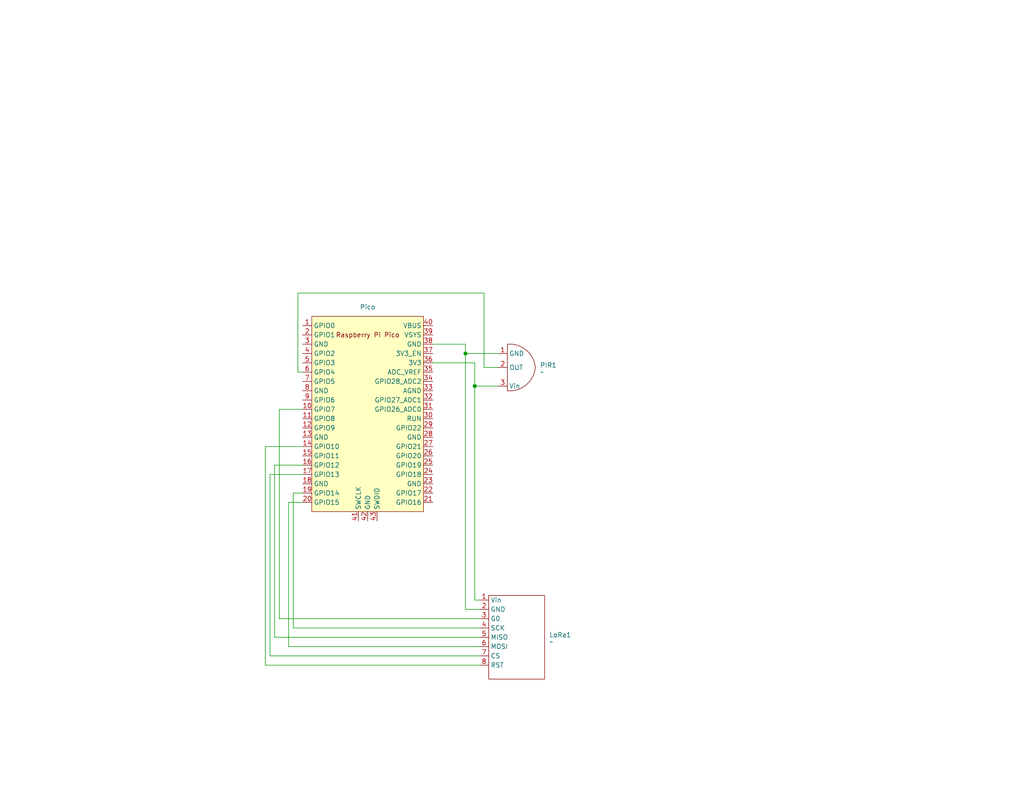
<source format=kicad_sch>
(kicad_sch (version 20231120) (generator "eeschema") (generator_version "8.0")
  (paper "USLetter")
  (title_block (title "Lab 04 Schematic - Pico and LCD Touchscreen\"") (company "Lafayette College") (comment 1 "Kashif Chopra ") (comment 2 "Benjamin Hill "))
  (lib_symbols
    (symbol "MCU_RaspberryPi_and_Boards:Pico"
      (property "Reference" "U" (at -13.97 27.94 0))
      (property "Value" "Pico" (at 0 19.05 0))
      (symbol "Pico_0_0"
        (text "Raspberry Pi Pico" (at 0 21.59 0) (effects (font (size 1.27 1.27))))
      )
      (symbol "Pico_0_1"
        (rectangle (start -15.24 26.67) (end 15.24 -26.67) (fill (type background)))
      )
      (symbol "Pico_1_1"
        (pin bidirectional line (at -17.78 24.13 0) (length 2.54) (name "GPIO0") (number "1"))
        (pin bidirectional line (at -17.78 1.27 0) (length 2.54) (name "GPIO7") (number "10"))
        (pin bidirectional line (at -17.78 -1.27 0) (length 2.54) (name "GPIO8") (number "11"))
        (pin bidirectional line (at -17.78 -3.81 0) (length 2.54) (name "GPIO9") (number "12"))
        (pin power_in line (at -17.78 -6.35 0) (length 2.54) (name "GND") (number "13"))
        (pin bidirectional line (at -17.78 -8.89 0) (length 2.54) (name "GPIO10") (number "14"))
        (pin bidirectional line (at -17.78 -11.43 0) (length 2.54) (name "GPIO11") (number "15"))
        (pin bidirectional line (at -17.78 -13.97 0) (length 2.54) (name "GPIO12") (number "16"))
        (pin bidirectional line (at -17.78 -16.51 0) (length 2.54) (name "GPIO13") (number "17"))
        (pin power_in line (at -17.78 -19.05 0) (length 2.54) (name "GND") (number "18"))
        (pin bidirectional line (at -17.78 -21.59 0) (length 2.54) (name "GPIO14") (number "19"))
        (pin bidirectional line (at -17.78 21.59 0) (length 2.54) (name "GPIO1") (number "2"))
        (pin bidirectional line (at -17.78 -24.13 0) (length 2.54) (name "GPIO15") (number "20"))
        (pin bidirectional line (at 17.78 -24.13 180) (length 2.54) (name "GPIO16") (number "21"))
        (pin bidirectional line (at 17.78 -21.59 180) (length 2.54) (name "GPIO17") (number "22"))
        (pin power_in line (at 17.78 -19.05 180) (length 2.54) (name "GND") (number "23"))
        (pin bidirectional line (at 17.78 -16.51 180) (length 2.54) (name "GPIO18") (number "24"))
        (pin bidirectional line (at 17.78 -13.97 180) (length 2.54) (name "GPIO19") (number "25"))
        (pin bidirectional line (at 17.78 -11.43 180) (length 2.54) (name "GPIO20") (number "26"))
        (pin bidirectional line (at 17.78 -8.89 180) (length 2.54) (name "GPIO21") (number "27"))
        (pin power_in line (at 17.78 -6.35 180) (length 2.54) (name "GND") (number "28"))
        (pin bidirectional line (at 17.78 -3.81 180) (length 2.54) (name "GPIO22") (number "29"))
        (pin power_in line (at -17.78 19.05 0) (length 2.54) (name "GND") (number "3"))
        (pin input line (at 17.78 -1.27 180) (length 2.54) (name "RUN") (number "30"))
        (pin bidirectional line (at 17.78 1.27 180) (length 2.54) (name "GPIO26_ADC0") (number "31"))
        (pin bidirectional line (at 17.78 3.81 180) (length 2.54) (name "GPIO27_ADC1") (number "32"))
        (pin power_in line (at 17.78 6.35 180) (length 2.54) (name "AGND") (number "33"))
        (pin bidirectional line (at 17.78 8.89 180) (length 2.54) (name "GPIO28_ADC2") (number "34"))
        (pin power_in line (at 17.78 11.43 180) (length 2.54) (name "ADC_VREF") (number "35"))
        (pin power_in line (at 17.78 13.97 180) (length 2.54) (name "3V3") (number "36"))
        (pin input line (at 17.78 16.51 180) (length 2.54) (name "3V3_EN") (number "37"))
        (pin bidirectional line (at 17.78 19.05 180) (length 2.54) (name "GND") (number "38"))
        (pin power_in line (at 17.78 21.59 180) (length 2.54) (name "VSYS") (number "39"))
        (pin bidirectional line (at -17.78 16.51 0) (length 2.54) (name "GPIO2") (number "4"))
        (pin power_in line (at 17.78 24.13 180) (length 2.54) (name "VBUS") (number "40"))
        (pin input line (at -2.54 -29.21 90) (length 2.54) (name "SWCLK") (number "41"))
        (pin power_in line (at 0 -29.21 90) (length 2.54) (name "GND") (number "42"))
        (pin bidirectional line (at 2.54 -29.21 90) (length 2.54) (name "SWDIO") (number "43"))
        (pin bidirectional line (at -17.78 13.97 0) (length 2.54) (name "GPIO3") (number "5"))
        (pin bidirectional line (at -17.78 11.43 0) (length 2.54) (name "GPIO4") (number "6"))
        (pin bidirectional line (at -17.78 8.89 0) (length 2.54) (name "GPIO5") (number "7"))
        (pin power_in line (at -17.78 6.35 0) (length 2.54) (name "GND") (number "8"))
        (pin bidirectional line (at -17.78 3.81 0) (length 2.54) (name "GPIO6") (number "9"))
      )
    )
    (symbol "MFRC522:PIR"
      (property "Reference" "PIR" (at 0 0 0))
      (symbol "PIR_0_1"
        (arc (start 0 -1.27) (mid -4.7532 -3.7649) (end -6.35 -8.89))
        (polyline (pts (xy -6.35 -8.89) (xy 6.35 -8.89)))
        (arc (start 6.35 -8.89) (mid 4.7532 -3.7649) (end 0 -1.27))
      )
      (symbol "PIR_1_1"
        (pin input line (at -3.81 -11.43 90) (length 2.54) (name "GND") (number "1"))
        (pin input line (at 0 -11.43 90) (length 2.54) (name "OUT") (number "2"))
        (pin input line (at 5.08 -11.43 90) (length 2.54) (name "Vin") (number "3"))
      )
    )
    (symbol "MFRC522:RFM9x"
      (property "Reference" "LoRa" (at 0 0 0))
      (symbol "RFM9x_0_1"
        (rectangle (start -7.62 -1.27) (end 7.62 -24.13))
      )
      (symbol "RFM9x_1_1"
        (pin input line (at -10.16 -2.54 0) (length 2.54) (name "Vin") (number "1"))
        (pin input line (at -10.16 -5.08 0) (length 2.54) (name "GND") (number "2"))
        (pin input line (at -10.16 -7.62 0) (length 2.54) (name "G0") (number "3"))
        (pin input line (at -10.16 -10.16 0) (length 2.54) (name "SCK") (number "4"))
        (pin input line (at -10.16 -12.7 0) (length 2.54) (name "MISO") (number "5"))
        (pin input line (at -10.16 -15.24 0) (length 2.54) (name "MOSI") (number "6"))
        (pin input line (at -10.16 -17.78 0) (length 2.54) (name "CS") (number "7"))
        (pin input line (at -10.16 -20.32 0) (length 2.54) (name "RST") (number "8"))
      )
    )
  )
  (junction (at 129.54 105.41))
  (junction (at 127 96.52))
  (wire (pts (xy 74.93 127) (xy 82.55 127)))
  (wire (pts (xy 72.39 121.92) (xy 82.55 121.92)))
  (wire (pts (xy 130.81 171.45) (xy 80.01 171.45)))
  (wire (pts (xy 130.81 181.61) (xy 72.39 181.61)))
  (wire (pts (xy 80.01 171.45) (xy 80.01 134.62)))
  (wire (pts (xy 130.81 168.91) (xy 76.2 168.91)))
  (wire (pts (xy 132.08 100.33) (xy 132.08 80.01)))
  (wire (pts (xy 130.81 173.99) (xy 74.93 173.99)))
  (wire (pts (xy 130.81 176.53) (xy 78.74 176.53)))
  (wire (pts (xy 135.89 96.52) (xy 127 96.52)))
  (wire (pts (xy 130.81 179.07) (xy 73.66 179.07)))
  (wire (pts (xy 81.28 80.01) (xy 81.28 101.6)))
  (wire (pts (xy 118.11 93.98) (xy 127 93.98)))
  (wire (pts (xy 78.74 137.16) (xy 82.55 137.16)))
  (wire (pts (xy 130.81 163.83) (xy 129.54 163.83)))
  (wire (pts (xy 132.08 80.01) (xy 81.28 80.01)))
  (wire (pts (xy 72.39 181.61) (xy 72.39 121.92)))
  (wire (pts (xy 73.66 179.07) (xy 73.66 129.54)))
  (wire (pts (xy 130.81 166.37) (xy 127 166.37)))
  (wire (pts (xy 129.54 105.41) (xy 135.89 105.41)))
  (wire (pts (xy 129.54 163.83) (xy 129.54 105.41)))
  (wire (pts (xy 74.93 173.99) (xy 74.93 127)))
  (wire (pts (xy 127 93.98) (xy 127 96.52)))
  (wire (pts (xy 127 96.52) (xy 127 166.37)))
  (wire (pts (xy 76.2 168.91) (xy 76.2 111.76)))
  (wire (pts (xy 129.54 105.41) (xy 129.54 99.06)))
  (wire (pts (xy 78.74 176.53) (xy 78.74 137.16)))
  (wire (pts (xy 118.11 99.06) (xy 129.54 99.06)))
  (wire (pts (xy 73.66 129.54) (xy 82.55 129.54)))
  (wire (pts (xy 81.28 101.6) (xy 82.55 101.6)))
  (wire (pts (xy 80.01 134.62) (xy 82.55 134.62)))
  (wire (pts (xy 135.89 100.33) (xy 132.08 100.33)))
  (wire (pts (xy 76.2 111.76) (xy 82.55 111.76)))
  (symbol (lib_id "MCU_RaspberryPi_and_Boards:Pico") (at 100.33 113.03 0) (unit 1)
    (property "Reference" "U1" (effects (hide yes)))
    (property "Value" "Pico" (at 100.33 83.82 0))
    (property "Footprint" "RPi_Pico:RPi_Pico_SMD_TH" (effects (hide yes)))
  )
  (symbol (lib_id "MFRC522:PIR") (at 147.32 100.33 270) (unit 1)
    (property "Reference" "PIR1" (at 147.32 99.6949 90) (effects (justify left)))
    (property "Value" "~" (at 147.32 101.6 90) (effects (justify left)))
  )
  (symbol (lib_id "MFRC522:RFM9x") (at 140.97 161.29 0) (unit 1)
    (property "Reference" "LoRa1" (at 149.86 173.3549 0) (effects (justify left)))
    (property "Value" "~" (at 149.86 175.26 0) (effects (justify left)))
  )
)
</source>
